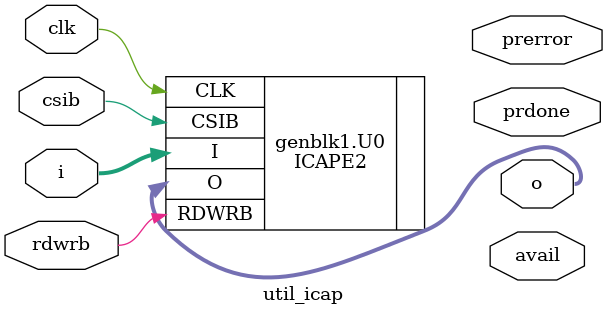
<source format=v>
/*
	This Source Code Form is subject to the terms of the Mozilla Public
	License, v. 2.0. If a copy of the MPL was not distributed with this
	file, You can obtain one at https://mozilla.org/MPL/2.0/.
*/

module util_icap #(parameter C_FAMILY_TYPE = 0)
(
	input wire clk,

	input wire csib,
	input wire rdwrb,
	input wire [31:0] i,
	output wire [31:0] o,

	output wire avail,
	output wire prdone,
	output wire prerror
);
	if(~C_FAMILY_TYPE) begin
		ICAPE2 U0
		(
			.CLK(clk),

			.CSIB(csib),
			.RDWRB(rdwrb),
			.I(i),
			.O(o)
		);
	end else begin
		ICAPE3 U0
		(
			.CLK(clk),

			.CSIB(csib),
			.RDWRB(rdwrb),
			.I(i),
			.O(o),

			.AVAIL(avail),
			.PRDONE(prdone),
			.PRERROR(prerror)
		);
	end
endmodule

</source>
